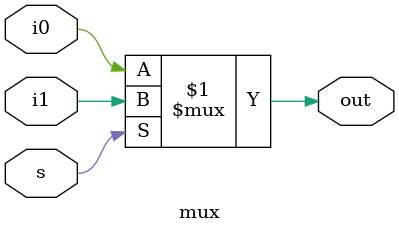
<source format=v>
module  mux (out, s, i1, i0);

output out;
input s, i1, i0;

assign out = (s) ? i1 : i0;

endmodule

</source>
